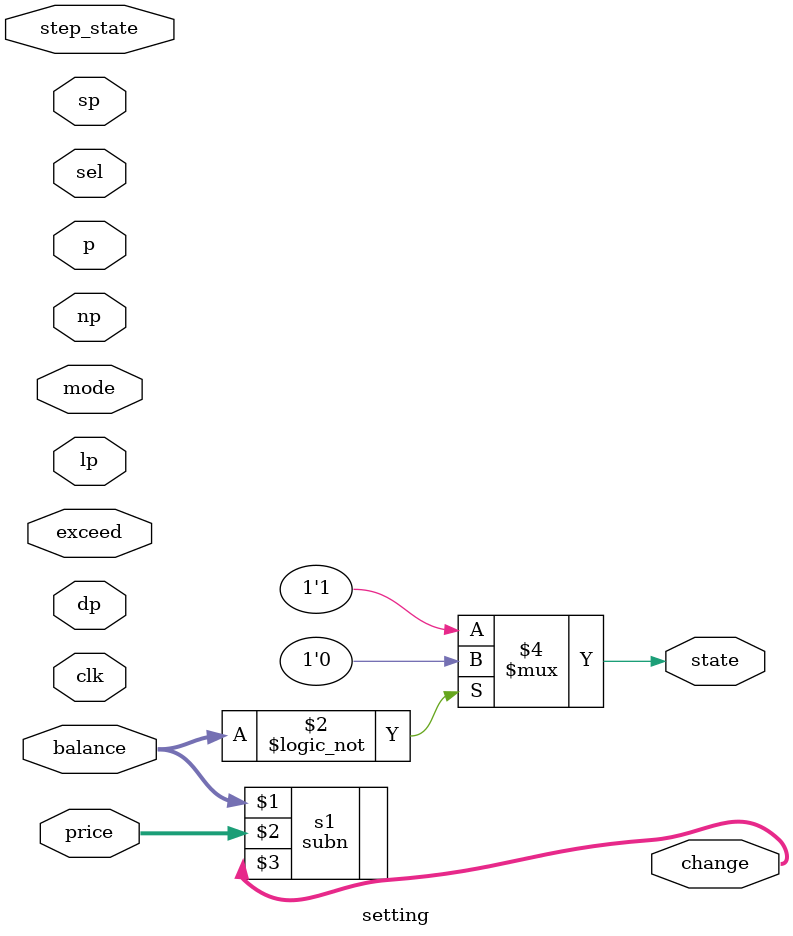
<source format=v>
`timescale 1ns / 1ps


module setting(
input clk,
//input def,
input[1:0] mode,
input p,
input[15:0] balance,
input[3:0] sel,
//input [15:0] value,
input [4:0] step_state,
input [15:0] price,
output reg state,
output[15:0] change,
input [4:0] lp,np,sp,dp,exceed
//output reg[15:0]  lp_d,np_d,sp_d,dp_d,exceed_d
//output lp_d,np_d,sp_d,dp_d,exceed_d
    );
    parameter
//set_state
    BEGIN = 5'd12,
    RULE = 5'd13,
    ADJUST = 5'd14,
    EXCEED = 5'd18,
    INFO = 5'd19,
    RESET = 5'd20;
//wire[15:0] lp_wire,np_wire,sp_wire,dp_wire;
//assign lp_wire = lp;

//    always @(*) begin
//    if(p)
//        case(mode)
//        2'b00: price = lp+exceed;
//        2'b01: price = np+exceed;
//        2'b10: price = sp+exceed;
//        2'b11: price = dp+exceed;
//        endcase
//        else
//        price = 16'd0;
//    end

     subn s1(balance,price,change);

     always @(*) begin
        if (balance == 16'd0)
            state = 0;
        else
            state = 1;
    end

endmodule

</source>
